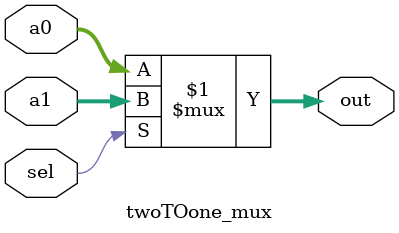
<source format=sv>
module twoTOone_mux
	(
	input logic [15:0] a0,
	input logic [15:0] a1,
	input logic sel,
	output logic [15:0] out
	);
	assign out = sel ? a1 : a0;
endmodule

</source>
